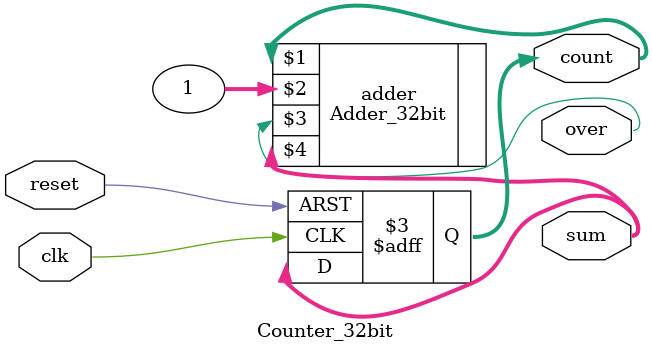
<source format=sv>
module Counter_32bit(
	input logic clk,
	input logic reset,
	output logic over,
	output logic [31:0] sum,
	output logic[31:0] count
);
	
	
	Adder_32bit adder(count, 32'd1, over, sum);
	
	
	
	always_ff @(posedge clk, negedge reset) begin
		if(!reset) count <= 32'd0;
		else count <= sum;
	end

endmodule 
</source>
